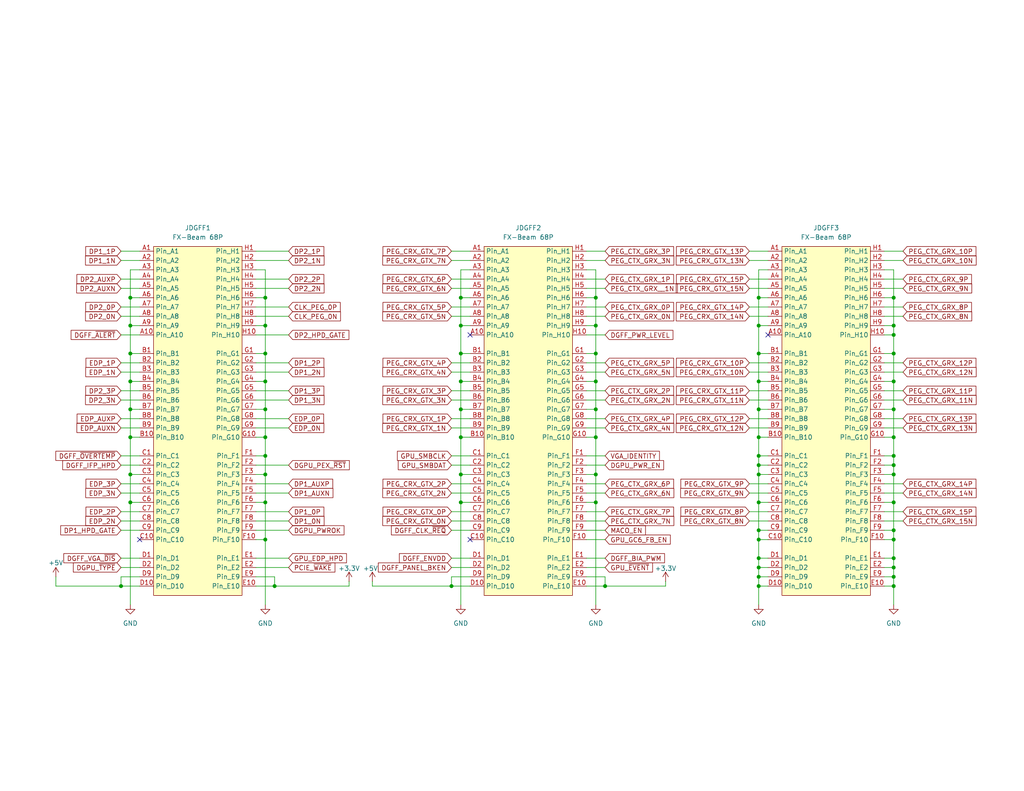
<source format=kicad_sch>
(kicad_sch (version 20231120) (generator "eeschema") (generator_version "8.0")
  (paper "USLetter")
  (lib_symbols
    (symbol "DGFFAdapterLibrary_RevA:JDGFF"
      (property "Reference" "JDGFF" (at 14.986 1.016 0))
      (property "Value" "FX-Beam 68P" (at 0 -1.27 0))
      (symbol "JDGFF_1_1"
        (rectangle (start 3.81 0) (end 27.94 -95.25) (fill (type background)))
        (pin passive line (at 0 -1.27 0) (length 3.81) (name "Pin_A1") (number "A1"))
        (pin passive line (at 0 -24.13 0) (length 3.81) (name "Pin_A10") (number "A10"))
        (pin passive line (at 0 -3.81 0) (length 3.81) (name "Pin_A2") (number "A2"))
        (pin passive line (at 0 -6.35 0) (length 3.81) (name "Pin_A3") (number "A3"))
        (pin passive line (at 0 -8.89 0) (length 3.81) (name "Pin_A4") (number "A4"))
        (pin passive line (at 0 -11.43 0) (length 3.81) (name "Pin_A5") (number "A5"))
        (pin passive line (at 0 -13.97 0) (length 3.81) (name "Pin_A6") (number "A6"))
        (pin passive line (at 0 -16.51 0) (length 3.81) (name "Pin_A7") (number "A7"))
        (pin passive line (at 0 -19.05 0) (length 3.81) (name "Pin_A8") (number "A8"))
        (pin passive line (at 0 -21.59 0) (length 3.81) (name "Pin_A9") (number "A9"))
        (pin passive line (at 0 -29.21 0) (length 3.81) (name "Pin_B1") (number "B1"))
        (pin passive line (at 0 -52.07 0) (length 3.81) (name "Pin_B10") (number "B10"))
        (pin passive line (at 0 -31.75 0) (length 3.81) (name "Pin_B2") (number "B2"))
        (pin passive line (at 0 -34.29 0) (length 3.81) (name "Pin_B3") (number "B3"))
        (pin passive line (at 0 -36.83 0) (length 3.81) (name "Pin_B4") (number "B4"))
        (pin passive line (at 0 -39.37 0) (length 3.81) (name "Pin_B5") (number "B5"))
        (pin passive line (at 0 -41.91 0) (length 3.81) (name "Pin_B6") (number "B6"))
        (pin passive line (at 0 -44.45 0) (length 3.81) (name "Pin_B7") (number "B7"))
        (pin passive line (at 0 -46.99 0) (length 3.81) (name "Pin_B8") (number "B8"))
        (pin passive line (at 0 -49.53 0) (length 3.81) (name "Pin_B9") (number "B9"))
        (pin passive line (at 0 -57.15 0) (length 3.81) (name "Pin_C1") (number "C1"))
        (pin passive line (at 0 -80.01 0) (length 3.81) (name "Pin_C10") (number "C10"))
        (pin passive line (at 0 -59.69 0) (length 3.81) (name "Pin_C2") (number "C2"))
        (pin passive line (at 0 -62.23 0) (length 3.81) (name "Pin_C3") (number "C3"))
        (pin passive line (at 0 -64.77 0) (length 3.81) (name "Pin_C4") (number "C4"))
        (pin passive line (at 0 -67.31 0) (length 3.81) (name "Pin_C5") (number "C5"))
        (pin passive line (at 0 -69.85 0) (length 3.81) (name "Pin_C6") (number "C6"))
        (pin passive line (at 0 -72.39 0) (length 3.81) (name "Pin_C7") (number "C7"))
        (pin passive line (at 0 -74.93 0) (length 3.81) (name "Pin_C8") (number "C8"))
        (pin passive line (at 0 -77.47 0) (length 3.81) (name "Pin_C9") (number "C9"))
        (pin passive line (at 0 -85.09 0) (length 3.81) (name "Pin_D1") (number "D1"))
        (pin passive line (at 0 -92.71 0) (length 3.81) (name "Pin_D10") (number "D10"))
        (pin passive line (at 0 -87.63 0) (length 3.81) (name "Pin_D2") (number "D2"))
        (pin passive line (at 0 -90.17 0) (length 3.81) (name "Pin_D9") (number "D9"))
        (pin passive line (at 31.75 -85.09 180) (length 3.81) (name "Pin_E1") (number "E1"))
        (pin passive line (at 31.75 -92.71 180) (length 3.81) (name "Pin_E10") (number "E10"))
        (pin passive line (at 31.75 -87.63 180) (length 3.81) (name "Pin_E2") (number "E2"))
        (pin passive line (at 31.75 -90.17 180) (length 3.81) (name "Pin_E9") (number "E9"))
        (pin passive line (at 31.75 -57.15 180) (length 3.81) (name "Pin_F1") (number "F1"))
        (pin passive line (at 31.75 -80.01 180) (length 3.81) (name "Pin_F10") (number "F10"))
        (pin passive line (at 31.75 -59.69 180) (length 3.81) (name "Pin_F2") (number "F2"))
        (pin passive line (at 31.75 -62.23 180) (length 3.81) (name "Pin_F3") (number "F3"))
        (pin passive line (at 31.75 -64.77 180) (length 3.81) (name "Pin_F4") (number "F4"))
        (pin passive line (at 31.75 -67.31 180) (length 3.81) (name "Pin_F5") (number "F5"))
        (pin passive line (at 31.75 -69.85 180) (length 3.81) (name "Pin_F6") (number "F6"))
        (pin passive line (at 31.75 -72.39 180) (length 3.81) (name "Pin_F7") (number "F7"))
        (pin passive line (at 31.75 -74.93 180) (length 3.81) (name "Pin_F8") (number "F8"))
        (pin passive line (at 31.75 -77.47 180) (length 3.81) (name "Pin_F9") (number "F9"))
        (pin passive line (at 31.75 -29.21 180) (length 3.81) (name "Pin_G1") (number "G1"))
        (pin passive line (at 31.75 -52.07 180) (length 3.81) (name "Pin_G10") (number "G10"))
        (pin passive line (at 31.75 -31.75 180) (length 3.81) (name "Pin_G2") (number "G2"))
        (pin passive line (at 31.75 -34.29 180) (length 3.81) (name "Pin_G3") (number "G3"))
        (pin passive line (at 31.75 -36.83 180) (length 3.81) (name "Pin_G4") (number "G4"))
        (pin passive line (at 31.75 -39.37 180) (length 3.81) (name "Pin_G5") (number "G5"))
        (pin passive line (at 31.75 -41.91 180) (length 3.81) (name "Pin_G6") (number "G6"))
        (pin passive line (at 31.75 -44.45 180) (length 3.81) (name "Pin_G7") (number "G7"))
        (pin passive line (at 31.75 -46.99 180) (length 3.81) (name "Pin_G8") (number "G8"))
        (pin passive line (at 31.75 -49.53 180) (length 3.81) (name "Pin_G9") (number "G9"))
        (pin passive line (at 31.75 -1.27 180) (length 3.81) (name "Pin_H1") (number "H1"))
        (pin passive line (at 31.75 -24.13 180) (length 3.81) (name "Pin_H10") (number "H10"))
        (pin passive line (at 31.75 -3.81 180) (length 3.81) (name "Pin_H2") (number "H2"))
        (pin passive line (at 31.75 -6.35 180) (length 3.81) (name "Pin_H3") (number "H3"))
        (pin passive line (at 31.75 -8.89 180) (length 3.81) (name "Pin_H4") (number "H4"))
        (pin passive line (at 31.75 -11.43 180) (length 3.81) (name "Pin_H5") (number "H5"))
        (pin passive line (at 31.75 -13.97 180) (length 3.81) (name "Pin_H6") (number "H6"))
        (pin passive line (at 31.75 -16.51 180) (length 3.81) (name "Pin_H7") (number "H7"))
        (pin passive line (at 31.75 -19.05 180) (length 3.81) (name "Pin_H8") (number "H8"))
        (pin passive line (at 31.75 -21.59 180) (length 3.81) (name "Pin_H9") (number "H9"))
      )
    )
    (symbol "power:+3.3V" (power) (pin_numbers hide) (pin_names (offset 0) hide)
      (property "Value" "+3.3V" (at 0 3.556 0))
      (symbol "+3.3V_0_1"
        (polyline (pts (xy -0.762 1.27) (xy 0 2.54)))
        (polyline (pts (xy 0 0) (xy 0 2.54)))
        (polyline (pts (xy 0 2.54) (xy 0.762 1.27)))
      )
      (symbol "+3.3V_1_1"
        (pin power_in line (at 0 0 90) (length 0) (name "~") (number "1"))
      )
    )
    (symbol "power:+5V" (power) (pin_numbers hide) (pin_names (offset 0) hide)
      (property "Value" "+5V" (at 0 3.556 0))
      (symbol "+5V_0_1"
        (polyline (pts (xy -0.762 1.27) (xy 0 2.54)))
        (polyline (pts (xy 0 0) (xy 0 2.54)))
        (polyline (pts (xy 0 2.54) (xy 0.762 1.27)))
      )
      (symbol "+5V_1_1"
        (pin power_in line (at 0 0 90) (length 0) (name "~") (number "1"))
      )
    )
    (symbol "power:GND" (power) (pin_numbers hide) (pin_names (offset 0) hide)
      (property "Value" "GND" (at 0 -3.81 0))
      (symbol "GND_0_1"
        (polyline (pts (xy 0 0) (xy 0 -1.27) (xy 1.27 -1.27) (xy 0 -2.54) (xy -1.27 -1.27) (xy 0 -1.27)))
      )
      (symbol "GND_1_1"
        (pin power_in line (at 0 0 270) (length 0) (name "~") (number "1"))
      )
    )
  )
  (junction (at 243.84 157.48))
  (junction (at 35.56 81.28))
  (junction (at 243.84 111.76))
  (junction (at 207.01 129.54))
  (junction (at 125.73 88.9))
  (junction (at 35.56 88.9))
  (junction (at 243.84 129.54))
  (junction (at 207.01 111.76))
  (junction (at 207.01 96.52))
  (junction (at 207.01 137.16))
  (junction (at 125.73 81.28))
  (junction (at 72.39 96.52))
  (junction (at 207.01 81.28))
  (junction (at 243.84 160.02))
  (junction (at 123.19 160.02))
  (junction (at 165.1 160.02))
  (junction (at 243.84 152.4))
  (junction (at 243.84 147.32))
  (junction (at 162.56 129.54))
  (junction (at 207.01 152.4))
  (junction (at 162.56 96.52))
  (junction (at 207.01 147.32))
  (junction (at 72.39 124.46))
  (junction (at 162.56 81.28))
  (junction (at 207.01 160.02))
  (junction (at 35.56 111.76))
  (junction (at 72.39 129.54))
  (junction (at 243.84 154.94))
  (junction (at 207.01 104.14))
  (junction (at 207.01 124.46))
  (junction (at 125.73 96.52))
  (junction (at 72.39 104.14))
  (junction (at 162.56 111.76))
  (junction (at 243.84 144.78))
  (junction (at 207.01 154.94))
  (junction (at 125.73 104.14))
  (junction (at 125.73 119.38))
  (junction (at 207.01 127))
  (junction (at 35.56 137.16))
  (junction (at 72.39 88.9))
  (junction (at 35.56 104.14))
  (junction (at 243.84 88.9))
  (junction (at 74.93 160.02))
  (junction (at 162.56 137.16))
  (junction (at 72.39 111.76))
  (junction (at 207.01 88.9))
  (junction (at 243.84 124.46))
  (junction (at 243.84 96.52))
  (junction (at 162.56 88.9))
  (junction (at 162.56 119.38))
  (junction (at 243.84 104.14))
  (junction (at 207.01 157.48))
  (junction (at 125.73 111.76))
  (junction (at 35.56 129.54))
  (junction (at 162.56 104.14))
  (junction (at 243.84 119.38))
  (junction (at 243.84 81.28))
  (junction (at 72.39 147.32))
  (junction (at 33.02 160.02))
  (junction (at 243.84 127))
  (junction (at 243.84 137.16))
  (junction (at 35.56 96.52))
  (junction (at 72.39 119.38))
  (junction (at 125.73 129.54))
  (junction (at 72.39 137.16))
  (junction (at 207.01 119.38))
  (junction (at 207.01 144.78))
  (junction (at 35.56 119.38))
  (junction (at 125.73 137.16))
  (junction (at 72.39 81.28))
  (junction (at 243.84 91.44))
  (no_connect (at 128.27 147.32))
  (no_connect (at 209.55 91.44))
  (no_connect (at 38.1 147.32))
  (no_connect (at 128.27 91.44))
  (wire (pts (xy 160.02 96.52) (xy 162.56 96.52)))
  (wire (pts (xy 207.01 104.14) (xy 207.01 111.76)))
  (wire (pts (xy 69.85 147.32) (xy 72.39 147.32)))
  (wire (pts (xy 162.56 73.66) (xy 160.02 73.66)))
  (wire (pts (xy 207.01 144.78) (xy 207.01 147.32)))
  (wire (pts (xy 165.1 152.4) (xy 160.02 152.4)))
  (wire (pts (xy 165.1 134.62) (xy 160.02 134.62)))
  (wire (pts (xy 165.1 132.08) (xy 160.02 132.08)))
  (wire (pts (xy 69.85 88.9) (xy 72.39 88.9)))
  (wire (pts (xy 35.56 129.54) (xy 35.56 119.38)))
  (wire (pts (xy 207.01 137.16) (xy 209.55 137.16)))
  (wire (pts (xy 78.74 114.3) (xy 69.85 114.3)))
  (wire (pts (xy 72.39 124.46) (xy 72.39 119.38)))
  (wire (pts (xy 69.85 137.16) (xy 72.39 137.16)))
  (wire (pts (xy 125.73 111.76) (xy 125.73 119.38)))
  (wire (pts (xy 243.84 73.66) (xy 241.3 73.66)))
  (wire (pts (xy 246.38 83.82) (xy 241.3 83.82)))
  (wire (pts (xy 160.02 88.9) (xy 162.56 88.9)))
  (wire (pts (xy 160.02 160.02) (xy 165.1 160.02)))
  (wire (pts (xy 78.74 78.74) (xy 69.85 78.74)))
  (wire (pts (xy 207.01 154.94) (xy 209.55 154.94)))
  (wire (pts (xy 241.3 129.54) (xy 243.84 129.54)))
  (wire (pts (xy 72.39 96.52) (xy 72.39 88.9)))
  (wire (pts (xy 241.3 104.14) (xy 243.84 104.14)))
  (wire (pts (xy 207.01 124.46) (xy 209.55 124.46)))
  (wire (pts (xy 78.74 152.4) (xy 69.85 152.4)))
  (wire (pts (xy 95.25 158.75) (xy 95.25 160.02)))
  (wire (pts (xy 165.1 114.3) (xy 160.02 114.3)))
  (wire (pts (xy 162.56 129.54) (xy 162.56 119.38)))
  (wire (pts (xy 241.3 88.9) (xy 243.84 88.9)))
  (wire (pts (xy 241.3 137.16) (xy 243.84 137.16)))
  (wire (pts (xy 123.19 154.94) (xy 128.27 154.94)))
  (wire (pts (xy 162.56 96.52) (xy 162.56 88.9)))
  (wire (pts (xy 162.56 88.9) (xy 162.56 81.28)))
  (wire (pts (xy 123.19 68.58) (xy 128.27 68.58)))
  (wire (pts (xy 123.19 101.6) (xy 128.27 101.6)))
  (wire (pts (xy 33.02 134.62) (xy 38.1 134.62)))
  (wire (pts (xy 207.01 147.32) (xy 209.55 147.32)))
  (wire (pts (xy 35.56 129.54) (xy 38.1 129.54)))
  (wire (pts (xy 160.02 157.48) (xy 165.1 157.48)))
  (wire (pts (xy 165.1 116.84) (xy 160.02 116.84)))
  (wire (pts (xy 33.02 83.82) (xy 38.1 83.82)))
  (wire (pts (xy 207.01 127) (xy 209.55 127)))
  (wire (pts (xy 243.84 88.9) (xy 243.84 81.28)))
  (wire (pts (xy 35.56 81.28) (xy 38.1 81.28)))
  (wire (pts (xy 243.84 96.52) (xy 243.84 91.44)))
  (wire (pts (xy 207.01 111.76) (xy 207.01 119.38)))
  (wire (pts (xy 78.74 144.78) (xy 69.85 144.78)))
  (wire (pts (xy 246.38 134.62) (xy 241.3 134.62)))
  (wire (pts (xy 125.73 81.28) (xy 125.73 88.9)))
  (wire (pts (xy 162.56 137.16) (xy 162.56 129.54)))
  (wire (pts (xy 123.19 114.3) (xy 128.27 114.3)))
  (wire (pts (xy 204.47 99.06) (xy 209.55 99.06)))
  (wire (pts (xy 160.02 137.16) (xy 162.56 137.16)))
  (wire (pts (xy 78.74 86.36) (xy 69.85 86.36)))
  (wire (pts (xy 72.39 73.66) (xy 69.85 73.66)))
  (wire (pts (xy 35.56 137.16) (xy 35.56 129.54)))
  (wire (pts (xy 204.47 142.24) (xy 209.55 142.24)))
  (wire (pts (xy 123.19 106.68) (xy 128.27 106.68)))
  (wire (pts (xy 123.19 144.78) (xy 128.27 144.78)))
  (wire (pts (xy 241.3 119.38) (xy 243.84 119.38)))
  (wire (pts (xy 78.74 83.82) (xy 69.85 83.82)))
  (wire (pts (xy 246.38 132.08) (xy 241.3 132.08)))
  (wire (pts (xy 204.47 139.7) (xy 209.55 139.7)))
  (wire (pts (xy 69.85 104.14) (xy 72.39 104.14)))
  (wire (pts (xy 33.02 152.4) (xy 38.1 152.4)))
  (wire (pts (xy 243.84 157.48) (xy 243.84 154.94)))
  (wire (pts (xy 207.01 157.48) (xy 207.01 160.02)))
  (wire (pts (xy 125.73 119.38) (xy 125.73 129.54)))
  (wire (pts (xy 246.38 68.58) (xy 241.3 68.58)))
  (wire (pts (xy 165.1 154.94) (xy 160.02 154.94)))
  (wire (pts (xy 204.47 114.3) (xy 209.55 114.3)))
  (wire (pts (xy 125.73 104.14) (xy 128.27 104.14)))
  (wire (pts (xy 123.19 139.7) (xy 128.27 139.7)))
  (wire (pts (xy 74.93 160.02) (xy 95.25 160.02)))
  (wire (pts (xy 160.02 111.76) (xy 162.56 111.76)))
  (wire (pts (xy 160.02 81.28) (xy 162.56 81.28)))
  (wire (pts (xy 165.1 142.24) (xy 160.02 142.24)))
  (wire (pts (xy 72.39 129.54) (xy 72.39 124.46)))
  (wire (pts (xy 160.02 104.14) (xy 162.56 104.14)))
  (wire (pts (xy 125.73 129.54) (xy 128.27 129.54)))
  (wire (pts (xy 246.38 86.36) (xy 241.3 86.36)))
  (wire (pts (xy 181.61 158.75) (xy 181.61 160.02)))
  (wire (pts (xy 162.56 104.14) (xy 162.56 96.52)))
  (wire (pts (xy 123.19 83.82) (xy 128.27 83.82)))
  (wire (pts (xy 165.1 68.58) (xy 160.02 68.58)))
  (wire (pts (xy 165.1 160.02) (xy 181.61 160.02)))
  (wire (pts (xy 243.84 119.38) (xy 243.84 111.76)))
  (wire (pts (xy 35.56 119.38) (xy 35.56 111.76)))
  (wire (pts (xy 69.85 111.76) (xy 72.39 111.76)))
  (wire (pts (xy 246.38 78.74) (xy 241.3 78.74)))
  (wire (pts (xy 33.02 76.2) (xy 38.1 76.2)))
  (wire (pts (xy 241.3 124.46) (xy 243.84 124.46)))
  (wire (pts (xy 243.84 147.32) (xy 243.84 144.78)))
  (wire (pts (xy 165.1 71.12) (xy 160.02 71.12)))
  (wire (pts (xy 207.01 73.66) (xy 207.01 81.28)))
  (wire (pts (xy 35.56 104.14) (xy 35.56 96.52)))
  (wire (pts (xy 207.01 88.9) (xy 207.01 96.52)))
  (wire (pts (xy 78.74 68.58) (xy 69.85 68.58)))
  (wire (pts (xy 125.73 137.16) (xy 125.73 165.1)))
  (wire (pts (xy 125.73 129.54) (xy 125.73 137.16)))
  (wire (pts (xy 123.19 132.08) (xy 128.27 132.08)))
  (wire (pts (xy 125.73 81.28) (xy 128.27 81.28)))
  (wire (pts (xy 241.3 154.94) (xy 243.84 154.94)))
  (wire (pts (xy 207.01 127) (xy 207.01 129.54)))
  (wire (pts (xy 78.74 142.24) (xy 69.85 142.24)))
  (wire (pts (xy 125.73 104.14) (xy 125.73 111.76)))
  (wire (pts (xy 123.19 76.2) (xy 128.27 76.2)))
  (wire (pts (xy 78.74 139.7) (xy 69.85 139.7)))
  (wire (pts (xy 207.01 129.54) (xy 209.55 129.54)))
  (wire (pts (xy 78.74 106.68) (xy 69.85 106.68)))
  (wire (pts (xy 78.74 76.2) (xy 69.85 76.2)))
  (wire (pts (xy 204.47 78.74) (xy 209.55 78.74)))
  (wire (pts (xy 204.47 86.36) (xy 209.55 86.36)))
  (wire (pts (xy 241.3 127) (xy 243.84 127)))
  (wire (pts (xy 241.3 147.32) (xy 243.84 147.32)))
  (wire (pts (xy 246.38 116.84) (xy 241.3 116.84)))
  (wire (pts (xy 165.1 157.48) (xy 165.1 160.02)))
  (wire (pts (xy 246.38 109.22) (xy 241.3 109.22)))
  (wire (pts (xy 69.85 119.38) (xy 72.39 119.38)))
  (wire (pts (xy 243.84 152.4) (xy 243.84 147.32)))
  (wire (pts (xy 123.19 134.62) (xy 128.27 134.62)))
  (wire (pts (xy 243.84 124.46) (xy 243.84 119.38)))
  (wire (pts (xy 125.73 119.38) (xy 128.27 119.38)))
  (wire (pts (xy 123.19 160.02) (xy 128.27 160.02)))
  (wire (pts (xy 35.56 88.9) (xy 35.56 81.28)))
  (wire (pts (xy 35.56 81.28) (xy 35.56 73.66)))
  (wire (pts (xy 246.38 106.68) (xy 241.3 106.68)))
  (wire (pts (xy 165.1 78.74) (xy 160.02 78.74)))
  (wire (pts (xy 33.02 91.44) (xy 38.1 91.44)))
  (wire (pts (xy 33.02 139.7) (xy 38.1 139.7)))
  (wire (pts (xy 241.3 160.02) (xy 243.84 160.02)))
  (wire (pts (xy 246.38 76.2) (xy 241.3 76.2)))
  (wire (pts (xy 207.01 152.4) (xy 207.01 154.94)))
  (wire (pts (xy 69.85 160.02) (xy 74.93 160.02)))
  (wire (pts (xy 123.19 109.22) (xy 128.27 109.22)))
  (wire (pts (xy 165.1 99.06) (xy 160.02 99.06)))
  (wire (pts (xy 35.56 96.52) (xy 35.56 88.9)))
  (wire (pts (xy 207.01 119.38) (xy 207.01 124.46)))
  (wire (pts (xy 207.01 137.16) (xy 207.01 144.78)))
  (wire (pts (xy 243.84 91.44) (xy 243.84 88.9)))
  (wire (pts (xy 123.19 157.48) (xy 123.19 160.02)))
  (wire (pts (xy 241.3 91.44) (xy 243.84 91.44)))
  (wire (pts (xy 246.38 114.3) (xy 241.3 114.3)))
  (wire (pts (xy 241.3 81.28) (xy 243.84 81.28)))
  (wire (pts (xy 15.24 157.48) (xy 15.24 160.02)))
  (wire (pts (xy 160.02 129.54) (xy 162.56 129.54)))
  (wire (pts (xy 204.47 109.22) (xy 209.55 109.22)))
  (wire (pts (xy 33.02 127) (xy 38.1 127)))
  (wire (pts (xy 207.01 96.52) (xy 209.55 96.52)))
  (wire (pts (xy 160.02 119.38) (xy 162.56 119.38)))
  (wire (pts (xy 165.1 144.78) (xy 160.02 144.78)))
  (wire (pts (xy 246.38 139.7) (xy 241.3 139.7)))
  (wire (pts (xy 35.56 119.38) (xy 38.1 119.38)))
  (wire (pts (xy 35.56 73.66) (xy 38.1 73.66)))
  (wire (pts (xy 72.39 81.28) (xy 72.39 73.66)))
  (wire (pts (xy 204.47 68.58) (xy 209.55 68.58)))
  (wire (pts (xy 165.1 86.36) (xy 160.02 86.36)))
  (wire (pts (xy 33.02 99.06) (xy 38.1 99.06)))
  (wire (pts (xy 241.3 152.4) (xy 243.84 152.4)))
  (wire (pts (xy 78.74 132.08) (xy 69.85 132.08)))
  (wire (pts (xy 78.74 101.6) (xy 69.85 101.6)))
  (wire (pts (xy 125.73 111.76) (xy 128.27 111.76)))
  (wire (pts (xy 243.84 81.28) (xy 243.84 73.66)))
  (wire (pts (xy 123.19 71.12) (xy 128.27 71.12)))
  (wire (pts (xy 123.19 86.36) (xy 128.27 86.36)))
  (wire (pts (xy 165.1 91.44) (xy 160.02 91.44)))
  (wire (pts (xy 165.1 76.2) (xy 160.02 76.2)))
  (wire (pts (xy 243.84 127) (xy 243.84 124.46)))
  (wire (pts (xy 78.74 134.62) (xy 69.85 134.62)))
  (wire (pts (xy 69.85 81.28) (xy 72.39 81.28)))
  (wire (pts (xy 165.1 106.68) (xy 160.02 106.68)))
  (wire (pts (xy 33.02 71.12) (xy 38.1 71.12)))
  (wire (pts (xy 243.84 137.16) (xy 243.84 129.54)))
  (wire (pts (xy 246.38 142.24) (xy 241.3 142.24)))
  (wire (pts (xy 123.19 152.4) (xy 128.27 152.4)))
  (wire (pts (xy 207.01 157.48) (xy 209.55 157.48)))
  (wire (pts (xy 33.02 132.08) (xy 38.1 132.08)))
  (wire (pts (xy 204.47 134.62) (xy 209.55 134.62)))
  (wire (pts (xy 207.01 81.28) (xy 209.55 81.28)))
  (wire (pts (xy 246.38 71.12) (xy 241.3 71.12)))
  (wire (pts (xy 38.1 157.48) (xy 33.02 157.48)))
  (wire (pts (xy 125.73 96.52) (xy 125.73 104.14)))
  (wire (pts (xy 15.24 160.02) (xy 33.02 160.02)))
  (wire (pts (xy 78.74 99.06) (xy 69.85 99.06)))
  (wire (pts (xy 33.02 160.02) (xy 38.1 160.02)))
  (wire (pts (xy 72.39 147.32) (xy 72.39 137.16)))
  (wire (pts (xy 69.85 157.48) (xy 74.93 157.48)))
  (wire (pts (xy 165.1 83.82) (xy 160.02 83.82)))
  (wire (pts (xy 35.56 88.9) (xy 38.1 88.9)))
  (wire (pts (xy 78.74 109.22) (xy 69.85 109.22)))
  (wire (pts (xy 207.01 160.02) (xy 209.55 160.02)))
  (wire (pts (xy 241.3 96.52) (xy 243.84 96.52)))
  (wire (pts (xy 165.1 127) (xy 160.02 127)))
  (wire (pts (xy 204.47 101.6) (xy 209.55 101.6)))
  (wire (pts (xy 72.39 111.76) (xy 72.39 104.14)))
  (wire (pts (xy 204.47 116.84) (xy 209.55 116.84)))
  (wire (pts (xy 207.01 124.46) (xy 207.01 127)))
  (wire (pts (xy 123.19 99.06) (xy 128.27 99.06)))
  (wire (pts (xy 241.3 111.76) (xy 243.84 111.76)))
  (wire (pts (xy 33.02 109.22) (xy 38.1 109.22)))
  (wire (pts (xy 78.74 116.84) (xy 69.85 116.84)))
  (wire (pts (xy 35.56 111.76) (xy 38.1 111.76)))
  (wire (pts (xy 72.39 165.1) (xy 72.39 147.32)))
  (wire (pts (xy 123.19 127) (xy 128.27 127)))
  (wire (pts (xy 243.84 165.1) (xy 243.84 160.02)))
  (wire (pts (xy 207.01 96.52) (xy 207.01 104.14)))
  (wire (pts (xy 243.84 160.02) (xy 243.84 157.48)))
  (wire (pts (xy 162.56 111.76) (xy 162.56 104.14)))
  (wire (pts (xy 243.84 104.14) (xy 243.84 96.52)))
  (wire (pts (xy 78.74 91.44) (xy 69.85 91.44)))
  (wire (pts (xy 125.73 137.16) (xy 128.27 137.16)))
  (wire (pts (xy 162.56 81.28) (xy 162.56 73.66)))
  (wire (pts (xy 78.74 127) (xy 69.85 127)))
  (wire (pts (xy 33.02 144.78) (xy 38.1 144.78)))
  (wire (pts (xy 207.01 144.78) (xy 209.55 144.78)))
  (wire (pts (xy 243.84 144.78) (xy 243.84 137.16)))
  (wire (pts (xy 125.73 88.9) (xy 125.73 96.52)))
  (wire (pts (xy 246.38 101.6) (xy 241.3 101.6)))
  (wire (pts (xy 125.73 73.66) (xy 125.73 81.28)))
  (wire (pts (xy 204.47 83.82) (xy 209.55 83.82)))
  (wire (pts (xy 101.6 160.02) (xy 123.19 160.02)))
  (wire (pts (xy 35.56 165.1) (xy 35.56 137.16)))
  (wire (pts (xy 207.01 147.32) (xy 207.01 152.4)))
  (wire (pts (xy 33.02 157.48) (xy 33.02 160.02)))
  (wire (pts (xy 165.1 139.7) (xy 160.02 139.7)))
  (wire (pts (xy 35.56 111.76) (xy 35.56 104.14)))
  (wire (pts (xy 35.56 96.52) (xy 38.1 96.52)))
  (wire (pts (xy 162.56 119.38) (xy 162.56 111.76)))
  (wire (pts (xy 78.74 71.12) (xy 69.85 71.12)))
  (wire (pts (xy 33.02 101.6) (xy 38.1 101.6)))
  (wire (pts (xy 123.19 142.24) (xy 128.27 142.24)))
  (wire (pts (xy 72.39 119.38) (xy 72.39 111.76)))
  (wire (pts (xy 101.6 158.75) (xy 101.6 160.02)))
  (wire (pts (xy 243.84 129.54) (xy 243.84 127)))
  (wire (pts (xy 69.85 96.52) (xy 72.39 96.52)))
  (wire (pts (xy 33.02 116.84) (xy 38.1 116.84)))
  (wire (pts (xy 207.01 160.02) (xy 207.01 165.1)))
  (wire (pts (xy 72.39 137.16) (xy 72.39 129.54)))
  (wire (pts (xy 125.73 88.9) (xy 128.27 88.9)))
  (wire (pts (xy 74.93 157.48) (xy 74.93 160.02)))
  (wire (pts (xy 207.01 104.14) (xy 209.55 104.14)))
  (wire (pts (xy 207.01 129.54) (xy 207.01 137.16)))
  (wire (pts (xy 204.47 76.2) (xy 209.55 76.2)))
  (wire (pts (xy 243.84 154.94) (xy 243.84 152.4)))
  (wire (pts (xy 165.1 109.22) (xy 160.02 109.22)))
  (wire (pts (xy 33.02 106.68) (xy 38.1 106.68)))
  (wire (pts (xy 165.1 101.6) (xy 160.02 101.6)))
  (wire (pts (xy 69.85 129.54) (xy 72.39 129.54)))
  (wire (pts (xy 207.01 154.94) (xy 207.01 157.48)))
  (wire (pts (xy 241.3 157.48) (xy 243.84 157.48)))
  (wire (pts (xy 33.02 154.94) (xy 38.1 154.94)))
  (wire (pts (xy 123.19 157.48) (xy 128.27 157.48)))
  (wire (pts (xy 204.47 132.08) (xy 209.55 132.08)))
  (wire (pts (xy 123.19 116.84) (xy 128.27 116.84)))
  (wire (pts (xy 204.47 106.68) (xy 209.55 106.68)))
  (wire (pts (xy 72.39 104.14) (xy 72.39 96.52)))
  (wire (pts (xy 69.85 124.46) (xy 72.39 124.46)))
  (wire (pts (xy 128.27 73.66) (xy 125.73 73.66)))
  (wire (pts (xy 162.56 165.1) (xy 162.56 137.16)))
  (wire (pts (xy 78.74 154.94) (xy 69.85 154.94)))
  (wire (pts (xy 33.02 86.36) (xy 38.1 86.36)))
  (wire (pts (xy 204.47 71.12) (xy 209.55 71.12)))
  (wire (pts (xy 241.3 144.78) (xy 243.84 144.78)))
  (wire (pts (xy 207.01 119.38) (xy 209.55 119.38)))
  (wire (pts (xy 165.1 124.46) (xy 160.02 124.46)))
  (wire (pts (xy 207.01 81.28) (xy 207.01 88.9)))
  (wire (pts (xy 207.01 111.76) (xy 209.55 111.76)))
  (wire (pts (xy 33.02 114.3) (xy 38.1 114.3)))
  (wire (pts (xy 33.02 78.74) (xy 38.1 78.74)))
  (wire (pts (xy 207.01 88.9) (xy 209.55 88.9)))
  (wire (pts (xy 207.01 152.4) (xy 209.55 152.4)))
  (wire (pts (xy 33.02 124.46) (xy 38.1 124.46)))
  (wire (pts (xy 209.55 73.66) (xy 207.01 73.66)))
  (wire (pts (xy 243.84 111.76) (xy 243.84 104.14)))
  (wire (pts (xy 123.19 78.74) (xy 128.27 78.74)))
  (wire (pts (xy 33.02 142.24) (xy 38.1 142.24)))
  (wire (pts (xy 165.1 147.32) (xy 160.02 147.32)))
  (wire (pts (xy 35.56 137.16) (xy 38.1 137.16)))
  (wire (pts (xy 35.56 104.14) (xy 38.1 104.14)))
  (wire (pts (xy 125.73 96.52) (xy 128.27 96.52)))
  (wire (pts (xy 246.38 99.06) (xy 241.3 99.06)))
  (wire (pts (xy 33.02 68.58) (xy 38.1 68.58)))
  (wire (pts (xy 123.19 124.46) (xy 128.27 124.46)))
  (wire (pts (xy 72.39 88.9) (xy 72.39 81.28)))
  (global_label "PEG_CRX_GTX_10N" (shape input) (at 204.47 101.6 180) (property "Intersheetrefs" "${INTERSHEET_REFS}" (effects (hide yes))))
  (global_label "GPU_~{EVENT}" (shape input) (at 165.1 154.94 0) (property "Intersheetrefs" "${INTERSHEET_REFS}" (effects (hide yes))))
  (global_label "PEG_CTX_GRX_11N" (shape input) (at 246.38 109.22 0) (property "Intersheetrefs" "${INTERSHEET_REFS}" (effects (hide yes))))
  (global_label "DP1_2N" (shape input) (at 78.74 101.6 0) (property "Intersheetrefs" "${INTERSHEET_REFS}" (effects (hide yes))))
  (global_label "VGA_IDENTITY" (shape input) (at 165.1 124.46 0) (property "Intersheetrefs" "${INTERSHEET_REFS}" (effects (hide yes))))
  (global_label "DP2_3N" (shape input) (at 33.02 109.22 180) (property "Intersheetrefs" "${INTERSHEET_REFS}" (effects (hide yes))))
  (global_label "PEG_CRX_GTX_12P" (shape input) (at 204.47 114.3 180) (property "Intersheetrefs" "${INTERSHEET_REFS}" (effects (hide yes))))
  (global_label "PEG_CRX_GTX_11N" (shape input) (at 204.47 109.22 180) (property "Intersheetrefs" "${INTERSHEET_REFS}" (effects (hide yes))))
  (global_label "PEG_CRX_GTX_12N" (shape input) (at 204.47 116.84 180) (property "Intersheetrefs" "${INTERSHEET_REFS}" (effects (hide yes))))
  (global_label "PEG_CTX_GRX_4N" (shape input) (at 165.1 116.84 0) (property "Intersheetrefs" "${INTERSHEET_REFS}" (effects (hide yes))))
  (global_label "PEG_CTX_GRX_14N" (shape input) (at 246.38 134.62 0) (property "Intersheetrefs" "${INTERSHEET_REFS}" (effects (hide yes))))
  (global_label "DP2_2N" (shape input) (at 78.74 78.74 0) (property "Intersheetrefs" "${INTERSHEET_REFS}" (effects (hide yes))))
  (global_label "DGPU_~{TYPE}" (shape input) (at 33.02 154.94 180) (property "Intersheetrefs" "${INTERSHEET_REFS}" (effects (hide yes))))
  (global_label "CLK_PEG_0P" (shape input) (at 78.74 83.82 0) (property "Intersheetrefs" "${INTERSHEET_REFS}" (effects (hide yes))))
  (global_label "DP1_1P" (shape input) (at 33.02 68.58 180) (property "Intersheetrefs" "${INTERSHEET_REFS}" (effects (hide yes))))
  (global_label "PEG_CTX_GRX_2N" (shape input) (at 165.1 109.22 0) (property "Intersheetrefs" "${INTERSHEET_REFS}" (effects (hide yes))))
  (global_label "EDP_1N" (shape input) (at 33.02 101.6 180) (property "Intersheetrefs" "${INTERSHEET_REFS}" (effects (hide yes))))
  (global_label "DGFF_IFP_HPD" (shape input) (at 33.02 127 180) (property "Intersheetrefs" "${INTERSHEET_REFS}" (effects (hide yes))))
  (global_label "DGFF_~{ALERT}" (shape input) (at 33.02 91.44 180) (property "Intersheetrefs" "${INTERSHEET_REFS}" (effects (hide yes))))
  (global_label "PEG_CRX_GTX_4P" (shape input) (at 123.19 99.06 180) (property "Intersheetrefs" "${INTERSHEET_REFS}" (effects (hide yes))))
  (global_label "PEG_CTX_GRX_13P" (shape input) (at 246.38 114.3 0) (property "Intersheetrefs" "${INTERSHEET_REFS}" (effects (hide yes))))
  (global_label "DGFF_BIA_PWM" (shape input) (at 165.1 152.4 0) (property "Intersheetrefs" "${INTERSHEET_REFS}" (effects (hide yes))))
  (global_label "EDP_1P" (shape input) (at 33.02 99.06 180) (property "Intersheetrefs" "${INTERSHEET_REFS}" (effects (hide yes))))
  (global_label "PEG_CTX_GRX_5N" (shape input) (at 165.1 101.6 0) (property "Intersheetrefs" "${INTERSHEET_REFS}" (effects (hide yes))))
  (global_label "DGFF_VGA_~{DIS}" (shape input) (at 33.02 152.4 180) (property "Intersheetrefs" "${INTERSHEET_REFS}" (effects (hide yes))))
  (global_label "PEG_CRX_GTX_0N" (shape input) (at 123.19 142.24 180) (property "Intersheetrefs" "${INTERSHEET_REFS}" (effects (hide yes))))
  (global_label "DP1_2P" (shape input) (at 78.74 99.06 0) (property "Intersheetrefs" "${INTERSHEET_REFS}" (effects (hide yes))))
  (global_label "PEG_CTX_GRX_7N" (shape input) (at 165.1 142.24 0) (property "Intersheetrefs" "${INTERSHEET_REFS}" (effects (hide yes))))
  (global_label "PEG_CRX_GTX_9P" (shape input) (at 204.47 132.08 180) (property "Intersheetrefs" "${INTERSHEET_REFS}" (effects (hide yes))))
  (global_label "DGFF_~{OVERTEMP}" (shape input) (at 33.02 124.46 180) (property "Intersheetrefs" "${INTERSHEET_REFS}" (effects (hide yes))))
  (global_label "PEG_CRX_GTX_11P" (shape input) (at 204.47 106.68 180) (property "Intersheetrefs" "${INTERSHEET_REFS}" (effects (hide yes))))
  (global_label "GPU_EDP_HPD" (shape input) (at 78.74 152.4 0) (property "Intersheetrefs" "${INTERSHEET_REFS}" (effects (hide yes))))
  (global_label "EDP_AUXP" (shape input) (at 33.02 114.3 180) (property "Intersheetrefs" "${INTERSHEET_REFS}" (effects (hide yes))))
  (global_label "DP1_AUXN" (shape input) (at 78.74 134.62 0) (property "Intersheetrefs" "${INTERSHEET_REFS}" (effects (hide yes))))
  (global_label "PEG_CRX_GTX_14P" (shape input) (at 204.47 83.82 180) (property "Intersheetrefs" "${INTERSHEET_REFS}" (effects (hide yes))))
  (global_label "PEG_CRX_GTX_15P" (shape input) (at 204.47 76.2 180) (property "Intersheetrefs" "${INTERSHEET_REFS}" (effects (hide yes))))
  (global_label "PEG_CRX_GTX_1N" (shape input) (at 123.19 116.84 180) (property "Intersheetrefs" "${INTERSHEET_REFS}" (effects (hide yes))))
  (global_label "PEG_CTX_GRX_9N" (shape input) (at 246.38 78.74 0) (property "Intersheetrefs" "${INTERSHEET_REFS}" (effects (hide yes))))
  (global_label "PEG_CTX_GRX_5P" (shape input) (at 165.1 99.06 0) (property "Intersheetrefs" "${INTERSHEET_REFS}" (effects (hide yes))))
  (global_label "GPU_SMBDAT" (shape input) (at 123.19 127 180) (property "Intersheetrefs" "${INTERSHEET_REFS}" (effects (hide yes))))
  (global_label "DGPU_PWR_EN" (shape input) (at 165.1 127 0) (property "Intersheetrefs" "${INTERSHEET_REFS}" (effects (hide yes))))
  (global_label "DP1_3N" (shape input) (at 78.74 109.22 0) (property "Intersheetrefs" "${INTERSHEET_REFS}" (effects (hide yes))))
  (global_label "PEG_CRX_GTX_9N" (shape input) (at 204.47 134.62 180) (property "Intersheetrefs" "${INTERSHEET_REFS}" (effects (hide yes))))
  (global_label "DP2_AUXN" (shape input) (at 33.02 78.74 180) (property "Intersheetrefs" "${INTERSHEET_REFS}" (effects (hide yes))))
  (global_label "PEG_CRX_GTX_0P" (shape input) (at 123.19 139.7 180) (property "Intersheetrefs" "${INTERSHEET_REFS}" (effects (hide yes))))
  (global_label "PEG_CTX_GRX_3N" (shape input) (at 165.1 71.12 0) (property "Intersheetrefs" "${INTERSHEET_REFS}" (effects (hide yes))))
  (global_label "PEG_CTX_GRX_4P" (shape input) (at 165.1 114.3 0) (property "Intersheetrefs" "${INTERSHEET_REFS}" (effects (hide yes))))
  (global_label "PEG_CTX_GRX_8P" (shape input) (at 246.38 83.82 0) (property "Intersheetrefs" "${INTERSHEET_REFS}" (effects (hide yes))))
  (global_label "PEG_CRX_GTX_8P" (shape input) (at 204.47 139.7 180) (property "Intersheetrefs" "${INTERSHEET_REFS}" (effects (hide yes))))
  (global_label "EDP_3N" (shape input) (at 33.02 134.62 180) (property "Intersheetrefs" "${INTERSHEET_REFS}" (effects (hide yes))))
  (global_label "PEG_CRX_GTX_3P" (shape input) (at 123.19 106.68 180) (property "Intersheetrefs" "${INTERSHEET_REFS}" (effects (hide yes))))
  (global_label "PEG_CTX_GRX_6P" (shape input) (at 165.1 132.08 0) (property "Intersheetrefs" "${INTERSHEET_REFS}" (effects (hide yes))))
  (global_label "PEG_CRX_GTX_3N" (shape input) (at 123.19 109.22 180) (property "Intersheetrefs" "${INTERSHEET_REFS}" (effects (hide yes))))
  (global_label "PEG_CTX_GRX_15P" (shape input) (at 246.38 139.7 0) (property "Intersheetrefs" "${INTERSHEET_REFS}" (effects (hide yes))))
  (global_label "PEG_CRX_GTX_5N" (shape input) (at 123.19 86.36 180) (property "Intersheetrefs" "${INTERSHEET_REFS}" (effects (hide yes))))
  (global_label "DP1_3P" (shape input) (at 78.74 106.68 0) (property "Intersheetrefs" "${INTERSHEET_REFS}" (effects (hide yes))))
  (global_label "PEG_CRX_GTX_5P" (shape input) (at 123.19 83.82 180) (property "Intersheetrefs" "${INTERSHEET_REFS}" (effects (hide yes))))
  (global_label "PCIE_~{WAKE}" (shape input) (at 78.74 154.94 0) (property "Intersheetrefs" "${INTERSHEET_REFS}" (effects (hide yes))))
  (global_label "EDP_0N" (shape input) (at 78.74 116.84 0) (property "Intersheetrefs" "${INTERSHEET_REFS}" (effects (hide yes))))
  (global_label "DP1_0P" (shape input) (at 78.74 139.7 0) (property "Intersheetrefs" "${INTERSHEET_REFS}" (effects (hide yes))))
  (global_label "PEG_CTX_GRX_8N" (shape input) (at 246.38 86.36 0) (property "Intersheetrefs" "${INTERSHEET_REFS}" (effects (hide yes))))
  (global_label "PEG_CTX_GRX_10N" (shape input) (at 246.38 71.12 0) (property "Intersheetrefs" "${INTERSHEET_REFS}" (effects (hide yes))))
  (global_label "DGFF_CLK_~{REQ}" (shape input) (at 123.19 144.78 180) (property "Intersheetrefs" "${INTERSHEET_REFS}" (effects (hide yes))))
  (global_label "PEG_CRX_GTX_10P" (shape input) (at 204.47 99.06 180) (property "Intersheetrefs" "${INTERSHEET_REFS}" (effects (hide yes))))
  (global_label "DP2_AUXP" (shape input) (at 33.02 76.2 180) (property "Intersheetrefs" "${INTERSHEET_REFS}" (effects (hide yes))))
  (global_label "PEG_CRX_GTX_6P" (shape input) (at 123.19 76.2 180) (property "Intersheetrefs" "${INTERSHEET_REFS}" (effects (hide yes))))
  (global_label "PEG_CTX_GRX__1N" (shape input) (at 165.1 78.74 0) (property "Intersheetrefs" "${INTERSHEET_REFS}" (effects (hide yes))))
  (global_label "PEG_CRX_GTX_4N" (shape input) (at 123.19 101.6 180) (property "Intersheetrefs" "${INTERSHEET_REFS}" (effects (hide yes))))
  (global_label "DP2_0P" (shape input) (at 33.02 83.82 180) (property "Intersheetrefs" "${INTERSHEET_REFS}" (effects (hide yes))))
  (global_label "DP2_3P" (shape input) (at 33.02 106.68 180) (property "Intersheetrefs" "${INTERSHEET_REFS}" (effects (hide yes))))
  (global_label "GPU_SMBCLK" (shape input) (at 123.19 124.46 180) (property "Intersheetrefs" "${INTERSHEET_REFS}" (effects (hide yes))))
  (global_label "DP2_2P" (shape input) (at 78.74 76.2 0) (property "Intersheetrefs" "${INTERSHEET_REFS}" (effects (hide yes))))
  (global_label "PEG_CTX_GRX_1P" (shape input) (at 165.1 76.2 0) (property "Intersheetrefs" "${INTERSHEET_REFS}" (effects (hide yes))))
  (global_label "DGFF_ENVDD" (shape input) (at 123.19 152.4 180) (property "Intersheetrefs" "${INTERSHEET_REFS}" (effects (hide yes))))
  (global_label "PEG_CTX_GRX_10P" (shape input) (at 246.38 68.58 0) (property "Intersheetrefs" "${INTERSHEET_REFS}" (effects (hide yes))))
  (global_label "PEG_CTX_GRX_14P" (shape input) (at 246.38 132.08 0) (property "Intersheetrefs" "${INTERSHEET_REFS}" (effects (hide yes))))
  (global_label "PEG_CRX_GTX_13N" (shape input) (at 204.47 71.12 180) (property "Intersheetrefs" "${INTERSHEET_REFS}" (effects (hide yes))))
  (global_label "PEG_CTX_GRX_0N" (shape input) (at 165.1 86.36 0) (property "Intersheetrefs" "${INTERSHEET_REFS}" (effects (hide yes))))
  (global_label "PEG_CTX_GRX_13N" (shape input) (at 246.38 116.84 0) (property "Intersheetrefs" "${INTERSHEET_REFS}" (effects (hide yes))))
  (global_label "CLK_PEG_0N" (shape input) (at 78.74 86.36 0) (property "Intersheetrefs" "${INTERSHEET_REFS}" (effects (hide yes))))
  (global_label "MACO_EN" (shape input) (at 165.1 144.78 0) (property "Intersheetrefs" "${INTERSHEET_REFS}" (effects (hide yes))))
  (global_label "DP2_1N" (shape input) (at 78.74 71.12 0) (property "Intersheetrefs" "${INTERSHEET_REFS}" (effects (hide yes))))
  (global_label "PEG_CTX_GRX_9P" (shape input) (at 246.38 76.2 0) (property "Intersheetrefs" "${INTERSHEET_REFS}" (effects (hide yes))))
  (global_label "DP1_0N" (shape input) (at 78.74 142.24 0) (property "Intersheetrefs" "${INTERSHEET_REFS}" (effects (hide yes))))
  (global_label "PEG_CTX_GRX_6N" (shape input) (at 165.1 134.62 0) (property "Intersheetrefs" "${INTERSHEET_REFS}" (effects (hide yes))))
  (global_label "PEG_CRX_GTX_2P" (shape input) (at 123.19 132.08 180) (property "Intersheetrefs" "${INTERSHEET_REFS}" (effects (hide yes))))
  (global_label "PEG_CRX_GTX_15N" (shape input) (at 204.47 78.74 180) (property "Intersheetrefs" "${INTERSHEET_REFS}" (effects (hide yes))))
  (global_label "EDP_2N" (shape input) (at 33.02 142.24 180) (property "Intersheetrefs" "${INTERSHEET_REFS}" (effects (hide yes))))
  (global_label "DP2_1P" (shape input) (at 78.74 68.58 0) (property "Intersheetrefs" "${INTERSHEET_REFS}" (effects (hide yes))))
  (global_label "EDP_3P" (shape input) (at 33.02 132.08 180) (property "Intersheetrefs" "${INTERSHEET_REFS}" (effects (hide yes))))
  (global_label "PEG_CRX_GTX_13P" (shape input) (at 204.47 68.58 180) (property "Intersheetrefs" "${INTERSHEET_REFS}" (effects (hide yes))))
  (global_label "PEG_CTX_GRX_15N" (shape input) (at 246.38 142.24 0) (property "Intersheetrefs" "${INTERSHEET_REFS}" (effects (hide yes))))
  (global_label "EDP_AUXN" (shape input) (at 33.02 116.84 180) (property "Intersheetrefs" "${INTERSHEET_REFS}" (effects (hide yes))))
  (global_label "PEG_CRX_GTX_6N" (shape input) (at 123.19 78.74 180) (property "Intersheetrefs" "${INTERSHEET_REFS}" (effects (hide yes))))
  (global_label "PEG_CTX_GRX_7P" (shape input) (at 165.1 139.7 0) (property "Intersheetrefs" "${INTERSHEET_REFS}" (effects (hide yes))))
  (global_label "DGPU_PEX_~{RST}" (shape input) (at 78.74 127 0) (property "Intersheetrefs" "${INTERSHEET_REFS}" (effects (hide yes))))
  (global_label "EDP_0P" (shape input) (at 78.74 114.3 0) (property "Intersheetrefs" "${INTERSHEET_REFS}" (effects (hide yes))))
  (global_label "PEG_CTX_GRX_11P" (shape input) (at 246.38 106.68 0) (property "Intersheetrefs" "${INTERSHEET_REFS}" (effects (hide yes))))
  (global_label "DP1_HPD_GATE" (shape input) (at 33.02 144.78 180) (property "Intersheetrefs" "${INTERSHEET_REFS}" (effects (hide yes))))
  (global_label "PEG_CRX_GTX_2N" (shape input) (at 123.19 134.62 180) (property "Intersheetrefs" "${INTERSHEET_REFS}" (effects (hide yes))))
  (global_label "DP1_AUXP" (shape input) (at 78.74 132.08 0) (property "Intersheetrefs" "${INTERSHEET_REFS}" (effects (hide yes))))
  (global_label "PEG_CRX_GTX_7N" (shape input) (at 123.19 71.12 180) (property "Intersheetrefs" "${INTERSHEET_REFS}" (effects (hide yes))))
  (global_label "PEG_CTX_GRX_12P" (shape input) (at 246.38 99.06 0) (property "Intersheetrefs" "${INTERSHEET_REFS}" (effects (hide yes))))
  (global_label "PEG_CRX_GTX_14N" (shape input) (at 204.47 86.36 180) (property "Intersheetrefs" "${INTERSHEET_REFS}" (effects (hide yes))))
  (global_label "DGFF_PWR_LEVEL" (shape input) (at 165.1 91.44 0) (property "Intersheetrefs" "${INTERSHEET_REFS}" (effects (hide yes))))
  (global_label "PEG_CTX_GRX_12N" (shape input) (at 246.38 101.6 0) (property "Intersheetrefs" "${INTERSHEET_REFS}" (effects (hide yes))))
  (global_label "PEG_CRX_GTX_8N" (shape input) (at 204.47 142.24 180) (property "Intersheetrefs" "${INTERSHEET_REFS}" (effects (hide yes))))
  (global_label "GPU_GC6_FB_EN" (shape input) (at 165.1 147.32 0) (property "Intersheetrefs" "${INTERSHEET_REFS}" (effects (hide yes))))
  (global_label "PEG_CTX_GRX_2P" (shape input) (at 165.1 106.68 0) (property "Intersheetrefs" "${INTERSHEET_REFS}" (effects (hide yes))))
  (global_label "DP2_0N" (shape input) (at 33.02 86.36 180) (property "Intersheetrefs" "${INTERSHEET_REFS}" (effects (hide yes))))
  (global_label "PEG_CTX_GRX_3P" (shape input) (at 165.1 68.58 0) (property "Intersheetrefs" "${INTERSHEET_REFS}" (effects (hide yes))))
  (global_label "EDP_2P" (shape input) (at 33.02 139.7 180) (property "Intersheetrefs" "${INTERSHEET_REFS}" (effects (hide yes))))
  (global_label "DP2_HPD_GATE" (shape input) (at 78.74 91.44 0) (property "Intersheetrefs" "${INTERSHEET_REFS}" (effects (hide yes))))
  (global_label "PEG_CTX_GRX_0P" (shape input) (at 165.1 83.82 0) (property "Intersheetrefs" "${INTERSHEET_REFS}" (effects (hide yes))))
  (global_label "DGFF_PANEL_BKEN" (shape input) (at 123.19 154.94 180) (property "Intersheetrefs" "${INTERSHEET_REFS}" (effects (hide yes))))
  (global_label "DP1_1N" (shape input) (at 33.02 71.12 180) (property "Intersheetrefs" "${INTERSHEET_REFS}" (effects (hide yes))))
  (global_label "PEG_CRX_GTX_1P" (shape input) (at 123.19 114.3 180) (property "Intersheetrefs" "${INTERSHEET_REFS}" (effects (hide yes))))
  (global_label "PEG_CRX_GTX_7P" (shape input) (at 123.19 68.58 180) (property "Intersheetrefs" "${INTERSHEET_REFS}" (effects (hide yes))))
  (global_label "DGPU_PWROK" (shape input) (at 78.74 144.78 0) (property "Intersheetrefs" "${INTERSHEET_REFS}" (effects (hide yes))))
  (symbol (lib_id "power:+3.3V") (at 181.61 158.75 0) (unit 1)
    (property "Reference" "#PWR07" (effects (hide yes)))
    (property "Value" "+3.3V" (at 181.61 155.194 0))
    (property "Description" "Power symbol creates a global label with name \"+3.3V\"" (effects (hide yes)))
  )
  (symbol (lib_id "DGFFAdapterLibrary_RevA:JDGFF") (at 209.55 67.31 0) (unit 1)
    (property "Reference" "JDGFF3" (at 225.425 62.23 0))
    (property "Value" "FX-Beam 68P" (at 225.425 64.77 0))
    (property "Footprint" "DGFFAdapterLibrary_RevA:FXBeam_68P" (effects (hide yes)))
  )
  (symbol (lib_id "power:GND") (at 35.56 165.1 0) (unit 1)
    (property "Reference" "#PWR02" (effects (hide yes)))
    (property "Value" "GND" (at 35.56 170.18 0))
    (property "Description" "Power symbol creates a global label with name \"GND\" , ground" (effects (hide yes)))
  )
  (symbol (lib_id "DGFFAdapterLibrary_RevA:JDGFF") (at 128.27 67.31 0) (unit 1)
    (property "Reference" "JDGFF2" (at 144.145 62.23 0))
    (property "Value" "FX-Beam 68P" (at 144.145 64.77 0))
    (property "Footprint" "DGFFAdapterLibrary_RevA:FXBeam_68P" (effects (hide yes)))
  )
  (symbol (lib_id "power:GND") (at 125.73 165.1 0) (unit 1)
    (property "Reference" "#PWR06" (effects (hide yes)))
    (property "Value" "GND" (at 125.73 170.18 0))
    (property "Description" "Power symbol creates a global label with name \"GND\" , ground" (effects (hide yes)))
  )
  (symbol (lib_id "power:GND") (at 243.84 165.1 0) (unit 1)
    (property "Reference" "#PWR011" (effects (hide yes)))
    (property "Value" "GND" (at 243.84 170.18 0))
    (property "Description" "Power symbol creates a global label with name \"GND\" , ground" (effects (hide yes)))
  )
  (symbol (lib_id "power:+3.3V") (at 95.25 158.75 0) (unit 1)
    (property "Reference" "#PWR03" (effects (hide yes)))
    (property "Value" "+3.3V" (at 95.25 155.194 0))
    (property "Description" "Power symbol creates a global label with name \"+3.3V\"" (effects (hide yes)))
  )
  (symbol (lib_id "DGFFAdapterLibrary_RevA:JDGFF") (at 38.1 67.31 0) (unit 1)
    (property "Reference" "JDGFF1" (at 53.975 62.23 0))
    (property "Value" "FX-Beam 68P" (at 53.975 64.77 0))
    (property "Footprint" "DGFFAdapterLibrary_RevA:FXBeam_68P" (effects (hide yes)))
  )
  (symbol (lib_id "power:+5V") (at 15.24 157.48 0) (unit 1)
    (property "Reference" "#PWR01" (effects (hide yes)))
    (property "Value" "+5V" (at 15.24 153.67 0))
    (property "Description" "Power symbol creates a global label with name \"+5V\"" (effects (hide yes)))
  )
  (symbol (lib_id "power:+5V") (at 101.6 158.75 0) (unit 1)
    (property "Reference" "#PWR05" (effects (hide yes)))
    (property "Value" "+5V" (at 101.092 155.194 0))
    (property "Description" "Power symbol creates a global label with name \"+5V\"" (effects (hide yes)))
  )
  (symbol (lib_id "power:GND") (at 207.01 165.1 0) (unit 1)
    (property "Reference" "#PWR010" (effects (hide yes)))
    (property "Value" "GND" (at 207.01 170.18 0))
    (property "Description" "Power symbol creates a global label with name \"GND\" , ground" (effects (hide yes)))
  )
  (symbol (lib_id "power:GND") (at 162.56 165.1 0) (unit 1)
    (property "Reference" "#PWR08" (effects (hide yes)))
    (property "Value" "GND" (at 162.56 170.18 0))
    (property "Description" "Power symbol creates a global label with name \"GND\" , ground" (effects (hide yes)))
  )
  (symbol (lib_id "power:GND") (at 72.39 165.1 0) (unit 1)
    (property "Reference" "#PWR04" (effects (hide yes)))
    (property "Value" "GND" (at 72.39 170.18 0))
    (property "Description" "Power symbol creates a global label with name \"GND\" , ground" (effects (hide yes)))
  )
)
</source>
